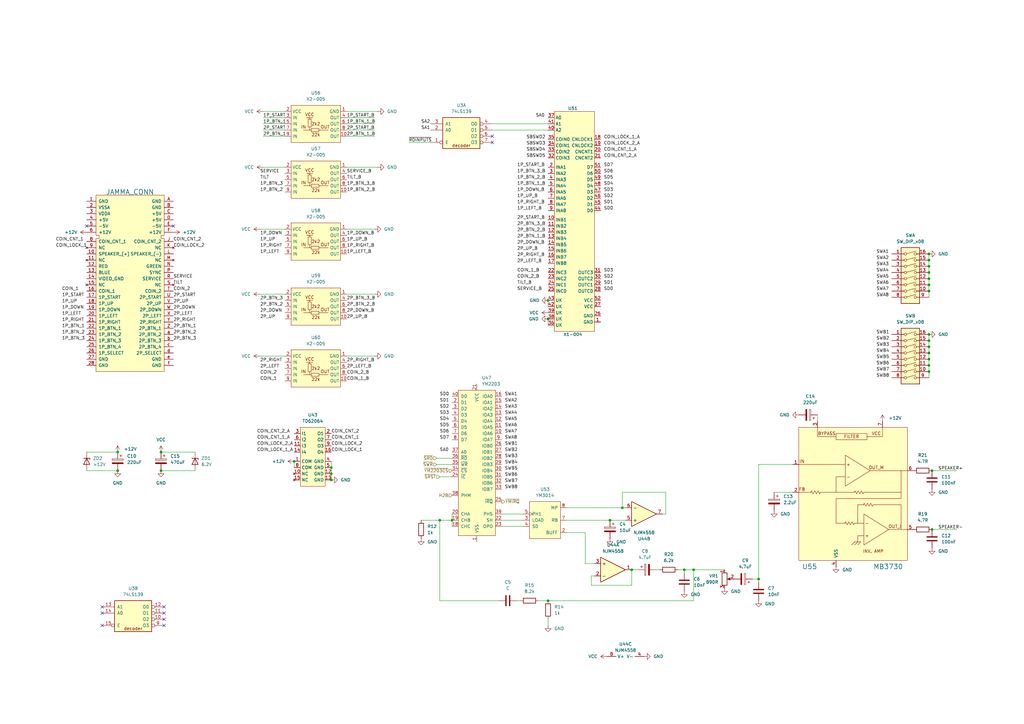
<source format=kicad_sch>
(kicad_sch (version 20211123) (generator eeschema)
  (paper "A3")
  (lib_symbols
    (symbol "Device:C" (pin_numbers hide) (pin_names (offset 0.254))
      (property "Reference" "C" (at 0.635 2.54 0))
      (property "Value" "C" (at 0.635 -2.54 0))
      (symbol "C_1_1"
        (pin passive line (at 0 3.81 270) (length 2.794) (name "~") (number "1"))
        (pin passive line (at 0 -3.81 90) (length 2.794) (name "~") (number "2"))
      )
    )
    (symbol "Device:C_Polarized" (pin_numbers hide) (pin_names (offset 0.254))
      (property "Reference" "C" (at 0.635 2.54 0))
      (property "Value" "C_Polarized" (at 0.635 -2.54 0))
      (symbol "C_Polarized_1_1"
        (pin passive line (at 0 3.81 270) (length 2.794) (name "~") (number "1"))
        (pin passive line (at 0 -3.81 90) (length 2.794) (name "~") (number "2"))
      )
    )
    (symbol "Device:D_Zener" (pin_numbers hide) (pin_names (offset 1.016) hide)
      (property "Reference" "D" (at 0 2.54 0))
      (property "Value" "D_Zener" (at 0 -2.54 0))
      (symbol "D_Zener_1_1"
        (pin passive line (at -3.81 0 0) (length 2.54) (name "K") (number "1"))
        (pin passive line (at 3.81 0 180) (length 2.54) (name "A") (number "2"))
      )
    )
    (symbol "Device:Opamp_Dual"
      (property "Reference" "U" (at 0 5.08 0))
      (property "Value" "Opamp_Dual" (at 0 -5.08 0))
      (symbol "Opamp_Dual_1_1"
        (pin output line (at 7.62 0 180) (length 2.54) (name "~") (number "1"))
        (pin input line (at -7.62 -2.54 0) (length 2.54) (name "-") (number "2"))
        (pin input line (at -7.62 2.54 0) (length 2.54) (name "+") (number "3"))
      )
      (symbol "Opamp_Dual_2_1"
        (pin input line (at -7.62 2.54 0) (length 2.54) (name "+") (number "5"))
        (pin input line (at -7.62 -2.54 0) (length 2.54) (name "-") (number "6"))
        (pin output line (at 7.62 0 180) (length 2.54) (name "~") (number "7"))
      )
      (symbol "Opamp_Dual_3_1"
        (pin power_in line (at -2.54 -7.62 90) (length 3.81) (name "V-") (number "4"))
        (pin power_in line (at -2.54 7.62 270) (length 3.81) (name "V+") (number "8"))
      )
    )
    (symbol "Device:R" (pin_numbers hide) (pin_names (offset 0))
      (property "Reference" "R" (at 2.032 0 90))
      (property "Value" "R" (at 0 0 90))
      (symbol "R_1_1"
        (pin passive line (at 0 3.81 270) (length 1.27) (name "~") (number "1"))
        (pin passive line (at 0 -3.81 90) (length 1.27) (name "~") (number "2"))
      )
    )
    (symbol "Device:R_Potentiometer" (pin_names (offset 1.016) hide)
      (property "Reference" "RV" (at -4.445 0 90))
      (property "Value" "R_Potentiometer" (at -2.54 0 90))
      (symbol "R_Potentiometer_1_1"
        (pin passive line (at 0 3.81 270) (length 1.27) (name "1") (number "1"))
        (pin passive line (at 3.81 0 180) (length 1.27) (name "2") (number "2"))
        (pin passive line (at 0 -3.81 90) (length 1.27) (name "3") (number "3"))
      )
    )
    (symbol "Switch:SW_DIP_x08" (pin_names (offset 0) hide)
      (property "Reference" "SW" (at 0 13.97 0))
      (property "Value" "SW_DIP_x08" (at 0 -11.43 0))
      (symbol "SW_DIP_x08_1_1"
        (pin passive line (at -7.62 10.16 0) (length 5.08) (name "~") (number "1"))
        (pin passive line (at 7.62 -5.08 180) (length 5.08) (name "~") (number "10"))
        (pin passive line (at 7.62 -2.54 180) (length 5.08) (name "~") (number "11"))
        (pin passive line (at 7.62 0 180) (length 5.08) (name "~") (number "12"))
        (pin passive line (at 7.62 2.54 180) (length 5.08) (name "~") (number "13"))
        (pin passive line (at 7.62 5.08 180) (length 5.08) (name "~") (number "14"))
        (pin passive line (at 7.62 7.62 180) (length 5.08) (name "~") (number "15"))
        (pin passive line (at 7.62 10.16 180) (length 5.08) (name "~") (number "16"))
        (pin passive line (at -7.62 7.62 0) (length 5.08) (name "~") (number "2"))
        (pin passive line (at -7.62 5.08 0) (length 5.08) (name "~") (number "3"))
        (pin passive line (at -7.62 2.54 0) (length 5.08) (name "~") (number "4"))
        (pin passive line (at -7.62 0 0) (length 5.08) (name "~") (number "5"))
        (pin passive line (at -7.62 -2.54 0) (length 5.08) (name "~") (number "6"))
        (pin passive line (at -7.62 -5.08 0) (length 5.08) (name "~") (number "7"))
        (pin passive line (at -7.62 -7.62 0) (length 5.08) (name "~") (number "8"))
        (pin passive line (at 7.62 -7.62 180) (length 5.08) (name "~") (number "9"))
      )
    )
    (symbol "arcade:JAMMA_CONN" (pin_names (offset 1.016))
      (property "Reference" "U" (at 10.16 -8.89 90))
      (property "Value" "JAMMA_CONN" (at 13.97 -10.16 90))
      (symbol "JAMMA_CONN_1_1"
        (pin passive line (at -3.81 -2.54 0) (length 3.81) (name "GND") (number "1"))
        (pin input line (at -3.81 -24.13 0) (length 3.81) (name "SPEAKER_(+)") (number "10"))
        (pin no_connect line (at -3.81 -26.67 0) (length 3.81) (name "NC") (number "11"))
        (pin input line (at -3.81 -29.21 0) (length 3.81) (name "RED") (number "12"))
        (pin input line (at -3.81 -31.75 0) (length 3.81) (name "BLUE") (number "13"))
        (pin passive line (at -3.81 -34.29 0) (length 3.81) (name "VIDEO_GND") (number "14"))
        (pin no_connect line (at -3.81 -36.83 0) (length 3.81) (name "NC") (number "15"))
        (pin output line (at -3.81 -39.37 0) (length 3.81) (name "COIN_1") (number "16"))
        (pin output line (at -3.81 -41.91 0) (length 3.81) (name "1P_START") (number "17"))
        (pin output line (at -3.81 -44.45 0) (length 3.81) (name "1P_UP") (number "18"))
        (pin output line (at -3.81 -46.99 0) (length 3.81) (name "1P_DOWN") (number "19"))
        (pin passive line (at -3.81 -5.08 0) (length 3.81) (name "VSSA") (number "2"))
        (pin output line (at -3.81 -49.53 0) (length 3.81) (name "1P_LEFT") (number "20"))
        (pin output line (at -3.81 -52.07 0) (length 3.81) (name "1P_RIGHT") (number "21"))
        (pin output line (at -3.81 -54.61 0) (length 3.81) (name "1P_BTN_1") (number "22"))
        (pin output line (at -3.81 -57.15 0) (length 3.81) (name "1P_BTN_2") (number "23"))
        (pin output line (at -3.81 -59.69 0) (length 3.81) (name "1P_BTN_3") (number "24"))
        (pin output line (at -3.81 -62.23 0) (length 3.81) (name "1P_BTN_4") (number "25"))
        (pin output line (at -3.81 -64.77 0) (length 3.81) (name "1P_SELECT") (number "26"))
        (pin passive line (at -3.81 -67.31 0) (length 3.81) (name "GND") (number "27"))
        (pin passive line (at -3.81 -69.85 0) (length 3.81) (name "GND") (number "28"))
        (pin passive line (at -3.81 -7.62 0) (length 3.81) (name "VDDA") (number "3"))
        (pin passive line (at -3.81 -10.16 0) (length 3.81) (name "+5V") (number "4"))
        (pin passive line (at -3.81 -12.7 0) (length 3.81) (name "-5V") (number "5"))
        (pin passive line (at -3.81 -15.24 0) (length 3.81) (name "+12V") (number "6"))
        (pin input line (at -3.81 -19.05 0) (length 3.81) (name "COIN_CNT_1") (number "8"))
        (pin no_connect line (at -3.81 -21.59 0) (length 3.81) (name "NC") (number "9"))
        (pin passive line (at 31.75 -2.54 180) (length 3.81) (name "GND") (number "A"))
        (pin passive line (at 31.75 -5.08 180) (length 3.81) (name "GND") (number "B"))
        (pin passive line (at 31.75 -7.62 180) (length 3.81) (name "+5V") (number "C"))
        (pin passive line (at 31.75 -10.16 180) (length 3.81) (name "+5V") (number "D"))
        (pin passive line (at 31.75 -12.7 180) (length 3.81) (name "-5V") (number "E"))
        (pin passive line (at 31.75 -15.24 180) (length 3.81) (name "+12V") (number "F"))
        (pin input line (at 31.75 -19.05 180) (length 3.81) (name "COIN_CNT_2") (number "J"))
        (pin no_connect line (at 31.75 -21.59 180) (length 3.81) (name "NC") (number "K"))
        (pin input line (at 31.75 -24.13 180) (length 3.81) (name "SPEAKER_(-)") (number "L"))
        (pin no_connect line (at 31.75 -26.67 180) (length 3.81) (name "NC") (number "M"))
        (pin input line (at 31.75 -29.21 180) (length 3.81) (name "GREEN") (number "N"))
        (pin input line (at 31.75 -31.75 180) (length 3.81) (name "SYNC") (number "P"))
        (pin output line (at 31.75 -34.29 180) (length 3.81) (name "SERVICE") (number "R"))
        (pin no_connect line (at 31.75 -36.83 180) (length 3.81) (name "NC") (number "S"))
        (pin output line (at 31.75 -39.37 180) (length 3.81) (name "COIN_2") (number "T"))
        (pin output line (at 31.75 -41.91 180) (length 3.81) (name "2P_START") (number "U"))
        (pin output line (at 31.75 -44.45 180) (length 3.81) (name "2P_UP") (number "V"))
        (pin output line (at 31.75 -46.99 180) (length 3.81) (name "2P_DOWN") (number "W"))
        (pin output line (at 31.75 -49.53 180) (length 3.81) (name "2P_LEFT") (number "X"))
        (pin output line (at 31.75 -52.07 180) (length 3.81) (name "2P_RIGHT") (number "Y"))
        (pin output line (at 31.75 -54.61 180) (length 3.81) (name "2P_BTN_1") (number "Z"))
        (pin output line (at 31.75 -57.15 180) (length 3.81) (name "2P_BTN_2") (number "a"))
        (pin output line (at 31.75 -59.69 180) (length 3.81) (name "2P_BTN_3") (number "b"))
        (pin output line (at 31.75 -62.23 180) (length 3.81) (name "2P_BTN_4") (number "c"))
        (pin output line (at 31.75 -64.77 180) (length 3.81) (name "2P_SELECT") (number "d"))
        (pin passive line (at 31.75 -67.31 180) (length 3.81) (name "GND") (number "e"))
        (pin passive line (at 31.75 -69.85 180) (length 3.81) (name "GND") (number "f"))
      )
    )
    (symbol "fujitsu:MB3730" (pin_names (offset 1.016))
      (property "Reference" "U" (at -12.7 17.78 0))
      (property "Value" "MB3730" (at 12.7 17.78 0))
      (symbol "MB3730_0_0"
        (text "+" (at -1.27 12.7 0) (effects (font (size 1.27 1.27))))
        (text "+" (at 6.35 -16.51 0) (effects (font (size 1.27 1.27))))
        (text "-" (at -1.27 7.62 0) (effects (font (size 1.27 1.27))))
        (text "-" (at 6.35 -11.43 0) (effects (font (size 1.27 1.27))))
        (text "BYPASS" (at -10.16 25.4 0) (effects (font (size 1.27 1.27))))
        (text "FB" (at -20.32 2.54 0) (effects (font (size 1.27 1.27))))
        (text "FILTER" (at 0 24.13 0) (effects (font (size 1.27 1.27))))
        (text "IN" (at -20.32 13.97 0) (effects (font (size 1.27 1.27))))
        (text "INV. AMP" (at 8.89 -22.86 0) (effects (font (size 1.27 1.27))))
        (text "OUT_I" (at 17.78 -12.7 0) (effects (font (size 1.27 1.27))))
        (text "OUT_M" (at 10.16 11.43 0) (effects (font (size 1.27 1.27))))
        (text "VCC" (at 10.16 25.4 0) (effects (font (size 1.27 1.27))))
      )
      (symbol "MB3730_1_1"
        (pin input line (at -24.13 12.7 0) (length 2.54) (name "~") (number "1"))
        (pin input line (at -24.13 1.27 0) (length 2.54) (name "~") (number "2"))
        (pin input line (at -13.97 30.48 270) (length 2.54) (name "~") (number "3"))
        (pin power_in line (at -6.35 -29.21 90) (length 2.54) (name "VSS") (number "4"))
        (pin output line (at 25.4 -13.97 180) (length 2.54) (name "~") (number "5"))
        (pin output line (at 25.4 10.16 180) (length 2.54) (name "~") (number "6"))
        (pin power_in line (at 12.7 30.48 270) (length 2.54) (name "~") (number "7"))
      )
    )
    (symbol "jt74:74LS139" (pin_names (offset 1.016))
      (property "Reference" "U" (at -7.62 8.89 0))
      (property "Value" "74LS139" (at -7.62 -8.89 0))
      (symbol "74LS139_0_0"
        (text "decoder" (at 0 -6.35 0) (effects (font (size 1.27 1.27))))
      )
      (symbol "74LS139_1_0"
        (pin input inverted (at -12.7 -5.08 0) (length 5.08) (name "E") (number "1"))
        (pin input line (at -12.7 0 0) (length 5.08) (name "A0") (number "2"))
        (pin input line (at -12.7 2.54 0) (length 5.08) (name "A1") (number "3"))
        (pin output inverted (at 12.7 2.54 180) (length 5.08) (name "O0") (number "4"))
        (pin output inverted (at 12.7 0 180) (length 5.08) (name "O1") (number "5"))
        (pin output inverted (at 12.7 -2.54 180) (length 5.08) (name "O2") (number "6"))
        (pin output inverted (at 12.7 -5.08 180) (length 5.08) (name "O3") (number "7"))
      )
      (symbol "74LS139_2_0"
        (pin output inverted (at 12.7 -2.54 180) (length 5.08) (name "O2") (number "10"))
        (pin output inverted (at 12.7 0 180) (length 5.08) (name "O1") (number "11"))
        (pin output inverted (at 12.7 2.54 180) (length 5.08) (name "O0") (number "12"))
        (pin input line (at -12.7 2.54 0) (length 5.08) (name "A1") (number "13"))
        (pin input line (at -12.7 0 0) (length 5.08) (name "A0") (number "14"))
        (pin input inverted (at -12.7 -5.08 0) (length 5.08) (name "E") (number "15"))
        (pin output inverted (at 12.7 -5.08 180) (length 5.08) (name "O3") (number "9"))
      )
      (symbol "74LS139_3_0"
        (pin power_in line (at 0 7.62 270) (length 5.08) hide (name "VCC") (number "16"))
        (pin power_in line (at 0 -7.62 90) (length 5.08) hide (name "VSS") (number "8"))
      )
    )
    (symbol "power:+12V" (power) (pin_names (offset 0))
      (property "Value" "+12V" (at 0 3.556 0))
      (symbol "+12V_1_1"
        (pin power_in line (at 0 0 90) (length 0) hide (name "+12V") (number "1"))
      )
    )
    (symbol "power:GND" (power) (pin_names (offset 0))
      (property "Value" "GND" (at 0 -3.81 0))
      (symbol "GND_1_1"
        (pin power_in line (at 0 0 270) (length 0) hide (name "GND") (number "1"))
      )
    )
    (symbol "power:VCC" (power) (pin_names (offset 0))
      (property "Value" "VCC" (at 0 3.81 0))
      (symbol "VCC_1_1"
        (pin power_in line (at 0 0 90) (length 0) hide (name "VCC") (number "1"))
      )
    )
    (symbol "seta:X1-004"
      (property "Reference" "U" (at 10.16 3.81 0))
      (property "Value" "X1-004" (at 10.16 -88.9 0))
      (symbol "X1-004_1_1"
        (pin power_in line (at 21.59 -83.82 180) (length 2.54) (name "GND") (number "1"))
        (pin input line (at 0 -41.91 0) (length 2.54) (name "INB1") (number "10"))
        (pin input line (at 0 -44.45 0) (length 2.54) (name "INB2") (number "11"))
        (pin input line (at 0 -46.99 0) (length 2.54) (name "INB3") (number "12"))
        (pin input line (at 0 -49.53 0) (length 2.54) (name "INB4") (number "13"))
        (pin input line (at 0 -52.07 0) (length 2.54) (name "INB5") (number "14"))
        (pin input line (at 0 -54.61 0) (length 2.54) (name "INB6") (number "15"))
        (pin input line (at 0 -57.15 0) (length 2.54) (name "INB7") (number "16"))
        (pin input line (at 0 -59.69 0) (length 2.54) (name "INB8") (number "17"))
        (pin output line (at 21.59 -8.89 180) (length 2.54) (name "CNLOCK1") (number "18"))
        (pin output line (at 21.59 -11.43 180) (length 2.54) (name "CNLOCK2") (number "19"))
        (pin input line (at 0 -20.32 0) (length 2.54) (name "INA1") (number "2"))
        (pin output line (at 21.59 -13.97 180) (length 2.54) (name "CNCNT1") (number "20"))
        (pin output line (at 21.59 -16.51 180) (length 2.54) (name "CNCNT2") (number "21"))
        (pin input line (at 0 -63.5 0) (length 2.54) (name "INC3") (number "22"))
        (pin input line (at 0 -66.04 0) (length 2.54) (name "INC2") (number "23"))
        (pin input line (at 0 -68.58 0) (length 2.54) (name "INC1") (number "24"))
        (pin input line (at 0 -71.12 0) (length 2.54) (name "INC0") (number "25"))
        (pin power_in line (at 21.59 -81.28 180) (length 2.54) (name "GND") (number "26"))
        (pin power_in line (at 21.59 -77.47 180) (length 2.54) (name "VCC") (number "27"))
        (pin input line (at 21.59 -71.12 180) (length 2.54) (name "OUTC0") (number "28"))
        (pin input line (at 21.59 -68.58 180) (length 2.54) (name "OUTC1") (number "29"))
        (pin input line (at 0 -22.86 0) (length 2.54) (name "INA2") (number "3"))
        (pin input line (at 21.59 -66.04 180) (length 2.54) (name "OUTC2") (number "30"))
        (pin input line (at 21.59 -63.5 180) (length 2.54) (name "OUTC3") (number "31"))
        (pin input line (at 0 -16.51 0) (length 2.54) (name "COIN3") (number "32"))
        (pin input line (at 0 -13.97 0) (length 2.54) (name "COIN2") (number "33"))
        (pin input line (at 0 -11.43 0) (length 2.54) (name "COIN1") (number "34"))
        (pin input line (at 0 -8.89 0) (length 2.54) (name "COIN0") (number "35"))
        (pin unspecified line (at 0 -85.09 0) (length 2.54) (name "UK") (number "36"))
        (pin input line (at 0 0 0) (length 2.54) (name "A0") (number "37"))
        (pin unspecified line (at 0 -82.55 0) (length 2.54) (name "UK") (number "38"))
        (pin unspecified line (at 0 -80.01 0) (length 2.54) (name "UK") (number "39"))
        (pin input line (at 0 -25.4 0) (length 2.54) (name "INA3") (number "4"))
        (pin input line (at 0 -5.08 0) (length 2.54) (name "A2") (number "40"))
        (pin input line (at 0 -2.54 0) (length 2.54) (name "A1") (number "41"))
        (pin unspecified line (at 0 -77.47 0) (length 2.54) (name "UK") (number "42"))
        (pin unspecified line (at 0 -74.93 0) (length 2.54) (name "UK") (number "43"))
        (pin output line (at 21.59 -38.1 180) (length 2.54) (name "D0") (number "44"))
        (pin output line (at 21.59 -35.56 180) (length 2.54) (name "D1") (number "45"))
        (pin output line (at 21.59 -33.02 180) (length 2.54) (name "D2") (number "46"))
        (pin output line (at 21.59 -30.48 180) (length 2.54) (name "D3") (number "47"))
        (pin output line (at 21.59 -27.94 180) (length 2.54) (name "D4") (number "48"))
        (pin output line (at 21.59 -25.4 180) (length 2.54) (name "D5") (number "49"))
        (pin input line (at 0 -27.94 0) (length 2.54) (name "INA4") (number "5"))
        (pin output line (at 21.59 -22.86 180) (length 2.54) (name "D6") (number "50"))
        (pin output line (at 21.59 -20.32 180) (length 2.54) (name "D7") (number "51"))
        (pin power_in line (at 21.59 -74.93 180) (length 2.54) (name "VCC") (number "52"))
        (pin input line (at 0 -30.48 0) (length 2.54) (name "INA5") (number "6"))
        (pin input line (at 0 -33.02 0) (length 2.54) (name "INA6") (number "7"))
        (pin input line (at 0 -35.56 0) (length 2.54) (name "INA7") (number "8"))
        (pin input line (at 0 -38.1 0) (length 2.54) (name "INA8") (number "9"))
      )
    )
    (symbol "seta:X2-005"
      (property "Reference" "U" (at 11.43 3.81 0))
      (property "Value" "X2-005" (at 11.43 -13.97 0))
      (symbol "X2-005_0_0"
        (text "22k" (at 12.7 -9.525 0) (effects (font (size 1.27 1.27))))
        (text "2k2" (at 12.7 -5.08 0) (effects (font (size 1.27 1.27))))
        (text "IN" (at 7.62 -6.35 0) (effects (font (size 1.27 1.27))))
        (text "OUT" (at 16.51 -6.35 0) (effects (font (size 1.27 1.27))))
        (text "VCC" (at 10.16 -1.27 0) (effects (font (size 1.27 1.27))))
      )
      (symbol "X2-005_1_1"
        (pin passive line (at 25.4 0 180) (length 2.54) (name "GND") (number "1"))
        (pin passive line (at 25.4 -10.16 180) (length 2.54) (name "OUT") (number "10"))
        (pin passive line (at 0 0 0) (length 2.54) (name "VCC") (number "2"))
        (pin passive line (at 0 -2.54 0) (length 2.54) (name "IN") (number "3"))
        (pin passive line (at 25.4 -2.54 180) (length 2.54) (name "OUT") (number "4"))
        (pin passive line (at 0 -5.08 0) (length 2.54) (name "IN") (number "5"))
        (pin passive line (at 25.4 -5.08 180) (length 2.54) (name "OUT") (number "6"))
        (pin passive line (at 0 -7.62 0) (length 2.54) (name "IN") (number "7"))
        (pin passive line (at 25.4 -7.62 180) (length 2.54) (name "OUT") (number "8"))
        (pin passive line (at 0 -10.16 0) (length 2.54) (name "IN") (number "9"))
      )
    )
    (symbol "toshiba:TD62064"
      (property "Reference" "U" (at 7.62 3.81 0))
      (property "Value" "TD62064" (at 7.62 -22.86 0))
      (symbol "TD62064_1_1"
        (pin power_in line (at 0 -11.43 0) (length 2.54) (name "COM") (number "1"))
        (pin no_connect line (at 0 -16.51 0) (length 2.54) (name "NC") (number "10"))
        (pin input line (at 0 -5.08 0) (length 2.54) (name "I3") (number "11"))
        (pin power_in line (at 15.24 -16.51 180) (length 2.54) (name "GND") (number "12"))
        (pin power_in line (at 15.24 -19.05 180) (length 2.54) (name "GND") (number "13"))
        (pin input line (at 0 -7.62 0) (length 2.54) (name "I4") (number "14"))
        (pin no_connect line (at 0 -19.05 0) (length 2.54) (name "NC") (number "15"))
        (pin open_collector line (at 15.24 -7.62 180) (length 2.54) (name "O4") (number "16"))
        (pin open_collector line (at 15.24 0 180) (length 2.54) (name "O1") (number "2"))
        (pin input line (at 0 0 0) (length 2.54) (name "I1") (number "3"))
        (pin power_in line (at 15.24 -11.43 180) (length 2.54) (name "GND") (number "4"))
        (pin power_in line (at 15.24 -13.97 180) (length 2.54) (name "GND") (number "5"))
        (pin input line (at 0 -2.54 0) (length 2.54) (name "I2") (number "6"))
        (pin open_collector line (at 15.24 -2.54 180) (length 2.54) (name "O2") (number "7"))
        (pin power_in line (at 0 -13.97 0) (length 2.54) (name "COM") (number "8"))
        (pin open_collector line (at 15.24 -5.08 180) (length 2.54) (name "O3") (number "9"))
      )
    )
    (symbol "yamaha:YM2203" (pin_names (offset 1.016))
      (property "Reference" "YM" (at 7.62 24.13 0))
      (property "Value" "YM2203" (at 3.81 -38.1 0))
      (symbol "YM2203_1_1"
        (pin power_in line (at 0 -39.37 90) (length 2.54) (name "VSS") (number "1"))
        (pin bidirectional line (at 10.16 5.08 180) (length 2.54) (name "IOA6") (number "10"))
        (pin bidirectional line (at 10.16 7.62 180) (length 2.54) (name "IOA5") (number "11"))
        (pin bidirectional line (at 10.16 10.16 180) (length 2.54) (name "IOA4") (number "12"))
        (pin bidirectional line (at 10.16 12.7 180) (length 2.54) (name "IOA3") (number "13"))
        (pin bidirectional line (at 10.16 15.24 180) (length 2.54) (name "IOA2") (number "14"))
        (pin bidirectional line (at 10.16 17.78 180) (length 2.54) (name "IOA1") (number "15"))
        (pin bidirectional line (at 10.16 20.32 180) (length 2.54) (name "IOA0") (number "16"))
        (pin output line (at -10.16 -33.02 0) (length 2.54) (name "CHC") (number "18"))
        (pin output line (at -10.16 -30.48 0) (length 2.54) (name "CHB") (number "19"))
        (pin input line (at -10.16 17.78 0) (length 2.54) (name "D1") (number "2"))
        (pin output line (at -10.16 -27.94 0) (length 2.54) (name "CHA") (number "20"))
        (pin power_in line (at 0 25.4 270) (length 2.54) (name "VCC") (number "21"))
        (pin output line (at 10.16 -30.48 180) (length 2.54) (name "SH") (number "22"))
        (pin output line (at 10.16 -33.02 180) (length 2.54) (name "OPO") (number "23"))
        (pin input line (at -10.16 -12.7 0) (length 2.54) (name "~{IC}") (number "24"))
        (pin output line (at 10.16 -22.86 180) (length 2.54) (name "~{IRQ}") (number "25"))
        (pin bidirectional line (at 10.16 0 180) (length 2.54) (name "IOB0") (number "26"))
        (pin bidirectional line (at 10.16 -2.54 180) (length 2.54) (name "IOB1") (number "27"))
        (pin bidirectional line (at 10.16 -5.08 180) (length 2.54) (name "IOB2") (number "28"))
        (pin bidirectional line (at 10.16 -7.62 180) (length 2.54) (name "IOB3") (number "29"))
        (pin input line (at -10.16 15.24 0) (length 2.54) (name "D2") (number "3"))
        (pin bidirectional line (at 10.16 -10.16 180) (length 2.54) (name "IOB4") (number "30"))
        (pin bidirectional line (at 10.16 -12.7 180) (length 2.54) (name "IOB5") (number "31"))
        (pin bidirectional line (at 10.16 -15.24 180) (length 2.54) (name "IOB6") (number "32"))
        (pin bidirectional line (at 10.16 -17.78 180) (length 2.54) (name "IOB7") (number "33"))
        (pin input line (at -10.16 -10.16 0) (length 2.54) (name "~{CS}") (number "34"))
        (pin input line (at -10.16 -7.62 0) (length 2.54) (name "~{WR}") (number "35"))
        (pin input line (at -10.16 -5.08 0) (length 2.54) (name "~{RD}") (number "36"))
        (pin input line (at -10.16 -2.54 0) (length 2.54) (name "A0") (number "37"))
        (pin input line (at -10.16 -20.32 0) (length 2.54) (name "PHM") (number "38"))
        (pin output line (at 10.16 -27.94 180) (length 2.54) (name "PHS") (number "39"))
        (pin input line (at -10.16 12.7 0) (length 2.54) (name "D3") (number "4"))
        (pin input line (at -10.16 20.32 0) (length 2.54) (name "D0") (number "40"))
        (pin input line (at -10.16 10.16 0) (length 2.54) (name "D4") (number "5"))
        (pin input line (at -10.16 7.62 0) (length 2.54) (name "D5") (number "6"))
        (pin input line (at -10.16 5.08 0) (length 2.54) (name "D6") (number "7"))
        (pin input line (at -10.16 2.54 0) (length 2.54) (name "D7") (number "8"))
        (pin bidirectional line (at 10.16 2.54 180) (length 2.54) (name "IOA7") (number "9"))
      )
    )
    (symbol "yamaha:YM3014" (pin_names (offset 1.016))
      (property "Reference" "YM" (at -2.54 15.24 0))
      (property "Value" "YM3014" (at 0 12.7 0))
      (symbol "YM3014_1_1"
        (pin power_in line (at 1.27 11.43 270) (length 2.54) hide (name "VCC") (number "1"))
        (pin output line (at 10.16 -1.27 180) (length 2.54) (name "BUFF") (number "2"))
        (pin input line (at -7.62 3.81 0) (length 2.54) (name "LOAD") (number "3"))
        (pin input line (at -7.62 1.27 0) (length 2.54) (name "SD") (number "4"))
        (pin input clock (at -7.62 6.35 0) (length 2.54) (name "PH1") (number "5"))
        (pin power_in line (at 1.27 -3.81 90) (length 2.54) hide (name "VSS") (number "6"))
        (pin output line (at 10.16 3.81 180) (length 2.54) (name "RB") (number "7"))
        (pin bidirectional line (at 10.16 8.89 180) (length 2.54) (name "MP") (number "8"))
      )
    )
  )
  (junction (at 185.42 213.36))
  (junction (at 381 149.86))
  (junction (at 224.79 123.19))
  (junction (at 381 111.76))
  (junction (at 381 106.68))
  (junction (at 224.79 130.81))
  (junction (at 381 144.78))
  (junction (at 381 142.24))
  (junction (at 381 119.38))
  (junction (at 259.08 233.68))
  (junction (at 382.27 193.04))
  (junction (at 48.26 193.04))
  (junction (at 381 116.84))
  (junction (at 135.89 191.77))
  (junction (at 120.65 189.23))
  (junction (at 381 137.16))
  (junction (at 66.04 185.42))
  (junction (at 381 114.3))
  (junction (at 66.04 193.04))
  (junction (at 135.89 196.85))
  (junction (at 381 147.32))
  (junction (at 280.67 233.68))
  (junction (at 250.19 213.36))
  (junction (at 224.79 246.38))
  (junction (at 48.26 185.42))
  (junction (at 381 139.7))
  (junction (at 381 109.22))
  (junction (at 381 104.14))
  (junction (at 381 152.4))
  (junction (at 135.89 194.31))
  (junction (at 255.27 208.28))
  (junction (at 382.27 217.17))
  (junction (at 284.48 233.68))
  (junction (at 180.34 213.36))
  (junction (at 311.15 237.49))
  (no_connect (at 41.91 248.92))
  (no_connect (at 41.91 251.46))
  (no_connect (at 41.91 256.54))
  (no_connect (at 67.31 248.92))
  (no_connect (at 67.31 251.46))
  (no_connect (at 67.31 254))
  (no_connect (at 67.31 256.54))
  (no_connect (at 71.12 92.71))
  (no_connect (at 35.56 92.71))
  (no_connect (at 201.93 55.88))
  (no_connect (at 201.93 58.42))
  (wire (pts (xy 106.68 146.05) (xy 116.84 146.05)))
  (wire (pts (xy 224.79 246.38) (xy 284.48 246.38)))
  (wire (pts (xy 255.27 208.28) (xy 256.54 208.28)))
  (wire (pts (xy 205.74 213.36) (xy 214.63 213.36)))
  (wire (pts (xy 308.61 237.49) (xy 311.15 237.49)))
  (wire (pts (xy 381 116.84) (xy 381 119.38)))
  (wire (pts (xy 179.07 187.96) (xy 185.42 187.96)))
  (wire (pts (xy 135.89 194.31) (xy 135.89 196.85)))
  (wire (pts (xy 180.34 246.38) (xy 180.34 213.36)))
  (wire (pts (xy 35.56 193.04) (xy 48.26 193.04)))
  (wire (pts (xy 381 109.22) (xy 381 111.76)))
  (wire (pts (xy 107.95 48.26) (xy 116.84 48.26)))
  (wire (pts (xy 259.08 240.03) (xy 259.08 233.68)))
  (wire (pts (xy 142.24 50.8) (xy 153.67 50.8)))
  (wire (pts (xy 185.42 210.82) (xy 185.42 213.36)))
  (wire (pts (xy 381 114.3) (xy 381 116.84)))
  (wire (pts (xy 142.24 55.88) (xy 153.67 55.88)))
  (wire (pts (xy 381 104.14) (xy 381 106.68)))
  (wire (pts (xy 185.42 213.36) (xy 185.42 215.9)))
  (wire (pts (xy 167.64 58.42) (xy 176.53 58.42)))
  (wire (pts (xy 381 139.7) (xy 381 142.24)))
  (wire (pts (xy 224.79 130.81) (xy 224.79 133.35)))
  (wire (pts (xy 240.03 218.44) (xy 232.41 218.44)))
  (wire (pts (xy 204.47 246.38) (xy 180.34 246.38)))
  (wire (pts (xy 269.24 233.68) (xy 270.51 233.68)))
  (wire (pts (xy 142.24 48.26) (xy 153.67 48.26)))
  (wire (pts (xy 107.95 68.58) (xy 116.84 68.58)))
  (wire (pts (xy 107.95 55.88) (xy 116.84 55.88)))
  (wire (pts (xy 284.48 246.38) (xy 284.48 233.68)))
  (wire (pts (xy 120.65 189.23) (xy 120.65 191.77)))
  (wire (pts (xy 172.72 213.36) (xy 180.34 213.36)))
  (wire (pts (xy 278.13 233.68) (xy 280.67 233.68)))
  (wire (pts (xy 381 137.16) (xy 381 139.7)))
  (wire (pts (xy 284.48 233.68) (xy 297.18 233.68)))
  (wire (pts (xy 242.57 236.22) (xy 242.57 240.03)))
  (wire (pts (xy 153.67 93.98) (xy 142.24 93.98)))
  (wire (pts (xy 232.41 213.36) (xy 250.19 213.36)))
  (wire (pts (xy 243.84 236.22) (xy 242.57 236.22)))
  (wire (pts (xy 381 111.76) (xy 381 114.3)))
  (wire (pts (xy 153.67 146.05) (xy 142.24 146.05)))
  (wire (pts (xy 381 144.78) (xy 381 147.32)))
  (wire (pts (xy 201.93 50.8) (xy 224.79 50.8)))
  (wire (pts (xy 205.74 215.9) (xy 214.63 215.9)))
  (wire (pts (xy 242.57 240.03) (xy 259.08 240.03)))
  (wire (pts (xy 153.67 120.65) (xy 142.24 120.65)))
  (wire (pts (xy 213.36 246.38) (xy 212.09 246.38)))
  (wire (pts (xy 311.15 238.76) (xy 311.15 237.49)))
  (wire (pts (xy 335.28 170.18) (xy 335.28 172.72)))
  (wire (pts (xy 243.84 231.14) (xy 240.03 231.14)))
  (wire (pts (xy 220.98 246.38) (xy 224.79 246.38)))
  (wire (pts (xy 107.95 53.34) (xy 116.84 53.34)))
  (wire (pts (xy 154.94 45.72) (xy 142.24 45.72)))
  (wire (pts (xy 66.04 193.04) (xy 80.01 193.04)))
  (wire (pts (xy 271.78 210.82) (xy 273.05 210.82)))
  (wire (pts (xy 280.67 233.68) (xy 284.48 233.68)))
  (wire (pts (xy 381 106.68) (xy 381 109.22)))
  (wire (pts (xy 107.95 45.72) (xy 116.84 45.72)))
  (wire (pts (xy 224.79 123.19) (xy 224.79 125.73)))
  (wire (pts (xy 106.68 120.65) (xy 116.84 120.65)))
  (wire (pts (xy 382.27 217.17) (xy 392.43 217.17)))
  (wire (pts (xy 259.08 233.68) (xy 261.62 233.68)))
  (wire (pts (xy 179.07 190.5) (xy 185.42 190.5)))
  (wire (pts (xy 381 119.38) (xy 381 121.92)))
  (wire (pts (xy 180.34 195.58) (xy 185.42 195.58)))
  (wire (pts (xy 381 152.4) (xy 381 154.94)))
  (wire (pts (xy 280.67 233.68) (xy 280.67 234.95)))
  (wire (pts (xy 381 149.86) (xy 381 152.4)))
  (wire (pts (xy 317.5 201.93) (xy 325.12 201.93)))
  (wire (pts (xy 273.05 201.93) (xy 255.27 201.93)))
  (wire (pts (xy 35.56 185.42) (xy 48.26 185.42)))
  (wire (pts (xy 142.24 68.58) (xy 154.94 68.58)))
  (wire (pts (xy 311.15 190.5) (xy 325.12 190.5)))
  (wire (pts (xy 135.89 191.77) (xy 135.89 194.31)))
  (wire (pts (xy 142.24 53.34) (xy 153.67 53.34)))
  (wire (pts (xy 232.41 208.28) (xy 255.27 208.28)))
  (wire (pts (xy 381 147.32) (xy 381 149.86)))
  (wire (pts (xy 255.27 201.93) (xy 255.27 208.28)))
  (wire (pts (xy 381 142.24) (xy 381 144.78)))
  (wire (pts (xy 273.05 210.82) (xy 273.05 201.93)))
  (wire (pts (xy 107.95 50.8) (xy 116.84 50.8)))
  (wire (pts (xy 180.34 213.36) (xy 185.42 213.36)))
  (wire (pts (xy 250.19 213.36) (xy 256.54 213.36)))
  (wire (pts (xy 205.74 210.82) (xy 214.63 210.82)))
  (wire (pts (xy 201.93 53.34) (xy 224.79 53.34)))
  (wire (pts (xy 240.03 231.14) (xy 240.03 218.44)))
  (wire (pts (xy 135.89 189.23) (xy 135.89 191.77)))
  (wire (pts (xy 106.68 93.98) (xy 116.84 93.98)))
  (wire (pts (xy 382.27 193.04) (xy 392.43 193.04)))
  (wire (pts (xy 224.79 256.54) (xy 224.79 254)))
  (wire (pts (xy 66.04 185.42) (xy 80.01 185.42)))
  (wire (pts (xy 311.15 190.5) (xy 311.15 237.49)))
  (label "SD6" (at 180.34 177.8 0))
  (label "SD0" (at 247.65 119.38 0))
  (label "SERVICE_B" (at 212.09 119.38 0))
  (label "1P_BTN_3" (at 25.4 139.7 0))
  (label "SA2" (at 172.72 50.8 0))
  (label "SD4" (at 247.65 76.2 0))
  (label "COIN_1" (at 25.4 119.38 0))
  (label "COIN_1_B" (at 212.09 111.76 0))
  (label "2P_RIGHT" (at 106.68 148.59 0))
  (label "SWA3" (at 207.01 167.64 0))
  (label "SD5" (at 180.34 175.26 0))
  (label "SD3" (at 247.65 78.74 0))
  (label "2P_START_B" (at 212.09 90.17 0))
  (label "COIN_LOCK_1_A" (at 247.65 57.15 0))
  (label "1P_RIGHT" (at 25.4 132.08 0))
  (label "COIN_CNT_1_A" (at 247.65 62.23 0))
  (label "2P_LEFT_B" (at 142.24 151.13 0))
  (label "SD2" (at 180.34 167.64 0))
  (label "SD3" (at 247.65 111.76 0))
  (label "2P_BTN_1_B" (at 212.09 97.79 0))
  (label "SWA5" (at 207.01 172.72 0))
  (label "2P_BTN_3" (at 106.68 123.19 0))
  (label "SD1" (at 247.65 83.82 0))
  (label "SWA5" (at 359.41 114.3 0))
  (label "2P_RIGHT_B" (at 212.09 105.41 0))
  (label "2P_DOWN_B" (at 212.09 100.33 0))
  (label "SD3" (at 180.34 170.18 0))
  (label "SA0" (at 180.34 185.42 0))
  (label "2P_UP" (at 106.68 130.81 0))
  (label "2P_START_B" (at 142.24 53.34 0))
  (label "SD2" (at 247.65 81.28 0))
  (label "COIN_LOCK_1" (at 135.89 185.42 0))
  (label "2P_BTN_1" (at 71.12 134.62 0))
  (label "SD5" (at 247.65 73.66 0))
  (label "SWB8" (at 207.01 200.66 0))
  (label "1P_BTN_2" (at 25.4 137.16 0))
  (label "1P_UP" (at 106.68 99.06 0))
  (label "1P_UP" (at 25.4 124.46 0))
  (label "SBSWD4" (at 215.9 62.23 0))
  (label "SWA4" (at 207.01 170.18 0))
  (label "SBSWD5" (at 215.9 64.77 0))
  (label "COIN_2_B" (at 142.24 153.67 0))
  (label "SWA7" (at 207.01 177.8 0))
  (label "SWA6" (at 207.01 175.26 0))
  (label "SPEAKER-" (at 384.81 217.17 0))
  (label "1P_BTN_2_B" (at 212.09 73.66 0))
  (label "SD2" (at 247.65 114.3 0))
  (label "SD0" (at 180.34 162.56 0))
  (label "SD7" (at 180.34 180.34 0))
  (label "COIN_2" (at 71.12 119.38 0))
  (label "1P_BTN_3" (at 106.68 76.2 0))
  (label "COIN_LOCK_2_A" (at 105.41 182.88 0))
  (label "COIN_CNT_2_A" (at 247.65 64.77 0))
  (label "SWA1" (at 207.01 162.56 0))
  (label "TILT_B" (at 142.24 73.66 0))
  (label "TILT_B" (at 212.09 116.84 0))
  (label "COIN_LOCK_2" (at 135.89 182.88 0))
  (label "1P_START" (at 25.4 121.92 0))
  (label "SD1" (at 180.34 165.1 0))
  (label "SPEAKER+" (at 384.81 193.04 0))
  (label "SWB8" (at 359.41 154.94 0))
  (label "SD7" (at 247.65 68.58 0))
  (label "TILT" (at 71.12 116.84 0))
  (label "SWB7" (at 207.01 198.12 0))
  (label "SWB3" (at 207.01 187.96 0))
  (label "2P_BTN_2_B" (at 212.09 95.25 0))
  (label "1P_START_B" (at 212.09 68.58 0))
  (label "SWB5" (at 207.01 193.04 0))
  (label "COIN_LOCK_1_A" (at 105.41 185.42 0))
  (label "SWA7" (at 359.41 119.38 0))
  (label "COIN_LOCK_2_A" (at 247.65 59.69 0))
  (label "1P_LEFT_B" (at 142.24 104.14 0))
  (label "SWA8" (at 359.41 121.92 0))
  (label "SWB1" (at 207.01 182.88 0))
  (label "1P_BTN_1" (at 25.4 134.62 0))
  (label "SWA6" (at 359.41 116.84 0))
  (label "2P_LEFT" (at 106.68 151.13 0))
  (label "SWB3" (at 359.41 142.24 0))
  (label "SWA2" (at 207.01 165.1 0))
  (label "2P_BTN_1" (at 107.95 55.88 0))
  (label "2P_UP" (at 71.12 124.46 0))
  (label "2P_DOWN" (at 106.68 128.27 0))
  (label "1P_BTN_3_B" (at 142.24 76.2 0))
  (label "SA1" (at 172.72 53.34 0))
  (label "SWA3" (at 359.41 109.22 0))
  (label "COIN_CNT_2_A" (at 105.41 177.8 0))
  (label "1P_LEFT" (at 25.4 129.54 0))
  (label "2P_BTN_2" (at 106.68 125.73 0))
  (label "2P_LEFT_B" (at 212.09 107.95 0))
  (label "2P_DOWN" (at 71.12 127 0))
  (label "2P_BTN_2" (at 71.12 137.16 0))
  (label "SD6" (at 247.65 71.12 0))
  (label "SWB4" (at 359.41 144.78 0))
  (label "2P_BTN_2_B" (at 142.24 125.73 0))
  (label "TILT" (at 106.68 73.66 0))
  (label "SWB2" (at 207.01 185.42 0))
  (label "SWA1" (at 359.41 104.14 0))
  (label "COIN_2_B" (at 212.09 114.3 0))
  (label "2P_RIGHT_B" (at 142.24 148.59 0))
  (label "SERVICE_B" (at 142.24 71.12 0))
  (label "SWB5" (at 359.41 147.32 0))
  (label "~{RDINPUTS}" (at 167.64 58.42 0))
  (label "COIN_CNT_2" (at 71.12 99.06 0))
  (label "COIN_CNT_2" (at 135.89 177.8 0))
  (label "2P_UP_B" (at 142.24 130.81 0))
  (label "COIN_CNT_1_A" (at 105.41 180.34 0))
  (label "1P_DOWN" (at 25.4 127 0))
  (label "2P_UP_B" (at 212.09 102.87 0))
  (label "1P_LEFT" (at 106.68 104.14 0))
  (label "1P_RIGHT_B" (at 212.09 83.82 0))
  (label "2P_RIGHT" (at 71.12 132.08 0))
  (label "SA0" (at 219.71 48.26 0))
  (label "SWA8" (at 207.01 180.34 0))
  (label "SD4" (at 180.34 172.72 0))
  (label "2P_BTN_3_B" (at 142.24 123.19 0))
  (label "SD0" (at 247.65 86.36 0))
  (label "SWB7" (at 359.41 152.4 0))
  (label "2P_BTN_1_B" (at 142.24 55.88 0))
  (label "1P_BTN_2_B" (at 142.24 78.74 0))
  (label "SBSWD3" (at 215.9 59.69 0))
  (label "1P_LEFT_B" (at 212.09 86.36 0))
  (label "1P_START" (at 107.95 48.26 0))
  (label "COIN_LOCK_2" (at 71.12 101.6 0))
  (label "COIN_CNT_1" (at 135.89 180.34 0))
  (label "SERVICE" (at 71.12 114.3 0))
  (label "SWA2" (at 359.41 106.68 0))
  (label "1P_RIGHT_B" (at 142.24 101.6 0))
  (label "1P_BTN_3_B" (at 212.09 71.12 0))
  (label "SBSWD2" (at 215.9 57.15 0))
  (label "2P_START" (at 107.95 53.34 0))
  (label "1P_UP_B" (at 142.24 99.06 0))
  (label "SWA4" (at 359.41 111.76 0))
  (label "1P_BTN_1_B" (at 142.24 50.8 0))
  (label "SERVICE" (at 106.68 71.12 0))
  (label "1P_UP_B" (at 212.09 81.28 0))
  (label "COIN_1" (at 106.68 156.21 0))
  (label "1P_DOWN_B" (at 212.09 78.74 0))
  (label "2P_DOWN_B" (at 142.24 128.27 0))
  (label "COIN_CNT_1" (at 22.86 99.06 0))
  (label "2P_LEFT" (at 71.12 129.54 0))
  (label "2P_BTN_3" (at 71.12 139.7 0))
  (label "1P_BTN_2" (at 106.68 78.74 0))
  (label "1P_START_B" (at 142.24 48.26 0))
  (label "COIN_1_B" (at 142.24 156.21 0))
  (label "SWB6" (at 207.01 195.58 0))
  (label "1P_BTN_1" (at 107.95 50.8 0))
  (label "1P_BTN_1_B" (at 212.09 76.2 0))
  (label "2P_BTN_3_B" (at 212.09 92.71 0))
  (label "1P_DOWN_B" (at 142.24 96.52 0))
  (label "1P_DOWN" (at 106.68 96.52 0))
  (label "SWB2" (at 359.41 139.7 0))
  (label "COIN_2" (at 106.68 153.67 0))
  (label "2P_START" (at 71.12 121.92 0))
  (label "COIN_LOCK_1" (at 22.86 101.6 0))
  (label "1P_RIGHT" (at 106.68 101.6 0))
  (label "SWB4" (at 207.01 190.5 0))
  (label "SD1" (at 247.65 116.84 0))
  (label "SWB6" (at 359.41 149.86 0))
  (label "SWB1" (at 359.41 137.16 0))
  (hierarchical_label "~{YM2203CS}" (shape input) (at 185.42 193.04 180))
  (hierarchical_label "~{SWR}" (shape input) (at 179.07 190.5 180))
  (hierarchical_label "H2B" (shape input) (at 185.42 203.2 180))
  (hierarchical_label "~{YMIRQ}" (shape output) (at 205.74 205.74 0))
  (hierarchical_label "~{SRD}" (shape input) (at 179.07 187.96 180))
  (hierarchical_label "~{SRST}" (shape input) (at 180.34 195.58 180))
  (symbol (lib_id "power:GND") (at 382.27 200.66 0) (unit 1)
    (property "Reference" "#PWR?" (effects hide))
    (property "Value" "GND" (at 384.81 201.9299 0) (effects (justify left)))
  )
  (symbol (lib_id "Device:C_Polarized") (at 331.47 170.18 270) (mirror x) (unit 1)
    (property "Reference" "C14" (at 332.359 162.56 90))
    (property "Value" "220uF" (at 332.359 165.1 90))
  )
  (symbol (lib_id "Device:D_Zener") (at 35.56 189.23 270) (unit 1)
    (property "Reference" "ZD2" (at 38.1 187.9599 90) (effects (justify left)))
    (property "Value" ">12V" (at 38.1 190.4999 90) (effects (justify left)))
  )
  (symbol (lib_id "Device:Opamp_Dual") (at 256.54 266.7 90) (unit 3)
    (property "Reference" "U44" (at 256.54 264.16 90))
    (property "Value" "NJM4558" (at 256.54 266.7 90))
  )
  (symbol (lib_id "power:VCC") (at 224.79 128.27 90) (unit 1)
    (property "Reference" "#PWR?" (effects hide))
    (property "Value" "VCC" (at 220.98 128.2699 90) (effects (justify left)))
  )
  (symbol (lib_id "power:GND") (at 381 104.14 90) (unit 1)
    (property "Reference" "#PWR?" (effects hide))
    (property "Value" "GND" (at 384.81 104.1399 90) (effects (justify right)))
  )
  (symbol (lib_id "Device:C") (at 382.27 220.98 180) (unit 1)
    (property "Reference" "C12" (at 386.08 219.7099 0) (effects (justify right)))
    (property "Value" "100nF" (at 386.08 222.2499 0) (effects (justify right)))
  )
  (symbol (lib_id "Switch:SW_DIP_x08") (at 373.38 114.3 0) (unit 1)
    (property "Reference" "SWA" (at 373.38 96.52 0))
    (property "Value" "SW_DIP_x08" (at 373.38 99.06 0))
  )
  (symbol (lib_id "power:+12V") (at 35.56 95.25 90) (unit 1)
    (property "Reference" "#PWR?" (effects hide))
    (property "Value" "+12V" (at 31.75 95.2499 90) (effects (justify left)))
  )
  (symbol (lib_id "power:GND") (at 250.19 220.98 0) (mirror y) (unit 1)
    (property "Reference" "#PWR?" (effects hide))
    (property "Value" "GND" (at 252.73 222.2499 0) (effects (justify right)))
  )
  (symbol (lib_id "Device:R") (at 274.32 233.68 270) (mirror x) (unit 1)
    (property "Reference" "R20" (at 274.32 227.33 90))
    (property "Value" "6.2k" (at 274.32 229.87 90))
  )
  (symbol (lib_id "power:+12V") (at 120.65 189.23 90) (unit 1)
    (property "Reference" "#PWR?" (effects hide))
    (property "Value" "+12V" (at 116.84 189.2299 90) (effects (justify left)))
  )
  (symbol (lib_id "power:GND") (at 66.04 193.04 0) (unit 1)
    (property "Reference" "#PWR?" (effects hide))
    (property "Value" "GND" (at 66.04 198.12 0))
  )
  (symbol (lib_id "power:GND") (at 297.18 241.3 0) (mirror y) (unit 1)
    (property "Reference" "#PWR?" (effects hide))
    (property "Value" "GND" (at 299.72 242.5699 0) (effects (justify right)))
  )
  (symbol (lib_id "Device:C_Polarized") (at 66.04 189.23 0) (mirror y) (unit 1)
    (property "Reference" "C15" (at 69.85 187.0709 0) (effects (justify right)))
    (property "Value" "470uF" (at 69.85 189.6109 0) (effects (justify right)))
  )
  (symbol (lib_id "power:GND") (at 317.5 209.55 0) (mirror y) (unit 1)
    (property "Reference" "#PWR?" (effects hide))
    (property "Value" "GND" (at 320.04 210.8199 0) (effects (justify right)))
  )
  (symbol (lib_id "arcade:JAMMA_CONN") (at 39.37 80.01 0) (unit 1)
    (property "Reference" "U?" (effects hide))
    (property "Value" "JAMMA_CONN" (at 53.34 78.74 0) (effects (font (size 2.0066 2.0066))))
  )
  (symbol (lib_id "power:VCC") (at 106.68 93.98 90) (unit 1)
    (property "Reference" "#PWR?" (effects hide))
    (property "Value" "VCC" (at 102.87 93.9799 90) (effects (justify left)))
  )
  (symbol (lib_id "fujitsu:MB3730") (at 349.25 203.2 0) (unit 1)
    (property "Reference" "U55" (at 328.93 232.41 0) (effects (font (size 2.0066 2.0066)) (justify left)))
    (property "Value" "MB3730" (at 358.14 232.41 0) (effects (font (size 2.0066 2.0066)) (justify left)))
    (property "Datasheet" "https://html.alldatasheet.com/html-pdf/167643/FUJITSU/MB3730A/294/1/MB3730A.html" (effects hide))
  )
  (symbol (lib_id "power:GND") (at 382.27 224.79 0) (unit 1)
    (property "Reference" "#PWR?" (effects hide))
    (property "Value" "GND" (at 384.81 226.0599 0) (effects (justify left)))
  )
  (symbol (lib_id "power:VCC") (at 106.68 120.65 90) (unit 1)
    (property "Reference" "#PWR?" (effects hide))
    (property "Value" "VCC" (at 102.87 120.6499 90) (effects (justify left)))
  )
  (symbol (lib_id "jt74:74LS139") (at 54.61 251.46 0) (unit 2)
    (property "Reference" "U3" (at 54.61 241.3 0))
    (property "Value" "74LS139" (at 54.61 243.84 0))
    (property "Datasheet" "http://www.ti.com/lit/gpn/sn74LS139" (effects hide))
  )
  (symbol (lib_id "seta:X1-004") (at 224.79 48.26 0) (unit 1)
    (property "Reference" "U51" (at 234.95 44.45 0))
    (property "Value" "X1-004" (at 234.95 137.16 0))
  )
  (symbol (lib_id "power:+12V") (at 48.26 185.42 0) (mirror y) (unit 1)
    (property "Reference" "#PWR?" (effects hide))
    (property "Value" "+12V" (at 50.8 184.1499 0) (effects (justify right)))
  )
  (symbol (lib_id "power:GND") (at 224.79 256.54 0) (mirror y) (unit 1)
    (property "Reference" "#PWR?" (effects hide))
    (property "Value" "GND" (at 227.33 257.8099 0) (effects (justify right)))
  )
  (symbol (lib_id "Device:Opamp_Dual") (at 264.16 210.82 0) (mirror x) (unit 2)
    (property "Reference" "U44" (at 264.16 220.98 0))
    (property "Value" "NJM4558" (at 264.16 218.44 0))
  )
  (symbol (lib_id "power:VCC") (at 248.92 269.24 90) (unit 1)
    (property "Reference" "#PWR?" (effects hide))
    (property "Value" "VCC" (at 245.11 269.2399 90) (effects (justify left)))
  )
  (symbol (lib_id "Device:C_Polarized") (at 48.26 189.23 0) (mirror y) (unit 1)
    (property "Reference" "C10" (at 52.07 187.0709 0) (effects (justify right)))
    (property "Value" "220uF" (at 52.07 189.6109 0) (effects (justify right)))
  )
  (symbol (lib_id "yamaha:YM2203") (at 195.58 182.88 0) (unit 1)
    (property "Reference" "U47" (at 197.5994 154.94 0) (effects (justify left)))
    (property "Value" "YM2203" (at 197.5994 157.48 0) (effects (justify left)))
    (property "Footprint" "Package_DIP:DIP-40_W15.24mm" (effects hide))
    (property "Datasheet" "https://pdf1.alldatasheet.com/datasheet-pdf/view/90458/ETC/YM2203.html" (effects hide))
  )
  (symbol (lib_id "Device:R") (at 224.79 250.19 0) (mirror y) (unit 1)
    (property "Reference" "R14" (at 227.33 248.9199 0) (effects (justify right)))
    (property "Value" "1k" (at 227.33 251.4599 0) (effects (justify right)))
  )
  (symbol (lib_id "power:GND") (at 381 137.16 90) (unit 1)
    (property "Reference" "#PWR?" (effects hide))
    (property "Value" "GND" (at 384.81 137.1599 90) (effects (justify right)))
  )
  (symbol (lib_id "power:GND") (at 280.67 242.57 0) (mirror y) (unit 1)
    (property "Reference" "#PWR?" (effects hide))
    (property "Value" "GND" (at 283.21 243.8399 0) (effects (justify right)))
  )
  (symbol (lib_id "jt74:74LS139") (at 189.23 53.34 0) (unit 1)
    (property "Reference" "U3" (at 189.23 43.18 0))
    (property "Value" "74LS139" (at 189.23 45.72 0))
    (property "Datasheet" "http://www.ti.com/lit/gpn/sn74LS139" (effects hide))
  )
  (symbol (lib_id "Device:R") (at 217.17 246.38 90) (mirror x) (unit 1)
    (property "Reference" "R15" (at 217.17 240.03 90))
    (property "Value" "8.2k" (at 217.17 242.57 90))
  )
  (symbol (lib_id "Device:C") (at 208.28 246.38 270) (unit 1)
    (property "Reference" "C5" (at 208.28 238.76 90))
    (property "Value" "C" (at 208.28 241.3 90))
  )
  (symbol (lib_id "yamaha:YM3014") (at 222.25 217.17 0) (unit 1)
    (property "Reference" "U53" (at 223.52 200.66 0))
    (property "Value" "YM3014" (at 223.52 203.2 0))
    (property "Footprint" "Package_DIP:DIP-8_W7.62mm" (effects hide))
    (property "Datasheet" "https://pdf1.alldatasheet.com/datasheet-pdf/view/1132271/YAMAHA/YM3014B.html" (effects hide))
  )
  (symbol (lib_id "power:GND") (at 153.67 120.65 90) (unit 1)
    (property "Reference" "#PWR?" (effects hide))
    (property "Value" "GND" (at 157.48 120.6499 90) (effects (justify right)))
  )
  (symbol (lib_id "power:GND") (at 264.16 269.24 90) (mirror x) (unit 1)
    (property "Reference" "#PWR?" (effects hide))
    (property "Value" "GND" (at 267.97 269.2399 90) (effects (justify right)))
  )
  (symbol (lib_id "Device:C_Polarized") (at 304.8 237.49 270) (mirror x) (unit 1)
    (property "Reference" "C9" (at 305.689 229.87 90))
    (property "Value" "4.7uF" (at 305.689 232.41 90))
  )
  (symbol (lib_id "power:VCC") (at 66.04 185.42 0) (unit 1)
    (property "Reference" "#PWR?" (effects hide))
    (property "Value" "VCC" (at 66.04 180.34 0))
  )
  (symbol (lib_id "power:GND") (at 48.26 193.04 0) (unit 1)
    (property "Reference" "#PWR?" (effects hide))
    (property "Value" "GND" (at 48.26 198.12 0))
  )
  (symbol (lib_id "power:GND") (at 172.72 220.98 0) (mirror y) (unit 1)
    (property "Reference" "#PWR?" (effects hide))
    (property "Value" "GND" (at 175.26 222.2499 0) (effects (justify right)))
  )
  (symbol (lib_id "Device:R") (at 172.72 217.17 0) (mirror y) (unit 1)
    (property "Reference" "R12" (at 175.26 215.8999 0) (effects (justify right)))
    (property "Value" "1k" (at 175.26 218.4399 0) (effects (justify right)))
  )
  (symbol (lib_id "power:+12V") (at 361.95 172.72 0) (mirror y) (unit 1)
    (property "Reference" "#PWR?" (effects hide))
    (property "Value" "+12V" (at 364.49 171.4499 0) (effects (justify right)))
  )
  (symbol (lib_id "Device:C") (at 280.67 238.76 0) (unit 1)
    (property "Reference" "C6" (at 284.48 237.4899 0) (effects (justify left)))
    (property "Value" "10nF" (at 284.48 240.0299 0) (effects (justify left)))
  )
  (symbol (lib_id "power:GND") (at 153.67 93.98 90) (unit 1)
    (property "Reference" "#PWR?" (effects hide))
    (property "Value" "GND" (at 157.48 93.9799 90) (effects (justify right)))
  )
  (symbol (lib_id "Device:C_Polarized") (at 317.5 205.74 0) (mirror y) (unit 1)
    (property "Reference" "C13" (at 321.31 203.5809 0) (effects (justify right)))
    (property "Value" "2.2uF" (at 321.31 206.1209 0) (effects (justify right)))
  )
  (symbol (lib_id "Device:R") (at 378.46 217.17 270) (mirror x) (unit 1)
    (property "Reference" "R19" (at 378.46 210.82 90))
    (property "Value" "4.7R" (at 378.46 213.36 90))
  )
  (symbol (lib_id "Device:C") (at 382.27 196.85 180) (unit 1)
    (property "Reference" "C11" (at 386.08 195.5799 0) (effects (justify right)))
    (property "Value" "100nF" (at 386.08 198.1199 0) (effects (justify right)))
  )
  (symbol (lib_id "Device:Opamp_Dual") (at 251.46 233.68 0) (unit 1)
    (property "Reference" "U44" (at 251.46 223.52 0))
    (property "Value" "NJM4558" (at 251.46 226.06 0))
  )
  (symbol (lib_id "seta:X2-005") (at 116.84 146.05 0) (unit 1)
    (property "Reference" "U60" (at 129.54 138.43 0))
    (property "Value" "X2-005" (at 129.54 140.97 0))
  )
  (symbol (lib_id "power:GND") (at 224.79 130.81 270) (unit 1)
    (property "Reference" "#PWR?" (effects hide))
    (property "Value" "GND" (at 220.98 130.8099 90) (effects (justify right)))
  )
  (symbol (lib_id "power:VCC") (at 107.95 68.58 90) (unit 1)
    (property "Reference" "#PWR?" (effects hide))
    (property "Value" "VCC" (at 104.14 68.5799 90) (effects (justify left)))
  )
  (symbol (lib_id "seta:X2-005") (at 116.84 68.58 0) (unit 1)
    (property "Reference" "U57" (at 129.54 60.96 0))
    (property "Value" "X2-005" (at 129.54 63.5 0))
  )
  (symbol (lib_id "Device:R") (at 378.46 193.04 270) (mirror x) (unit 1)
    (property "Reference" "R21" (at 378.46 186.69 90))
    (property "Value" "4.7R" (at 378.46 189.23 90))
  )
  (symbol (lib_id "Device:R_Potentiometer") (at 297.18 237.49 0) (unit 1)
    (property "Reference" "VR1" (at 294.64 236.2199 0) (effects (justify right)))
    (property "Value" "890R" (at 294.64 238.7599 0) (effects (justify right)))
  )
  (symbol (lib_id "power:GND") (at 154.94 68.58 90) (unit 1)
    (property "Reference" "#PWR?" (effects hide))
    (property "Value" "GND" (at 158.75 68.5799 90) (effects (justify right)))
  )
  (symbol (lib_id "power:GND") (at 327.66 170.18 270) (unit 1)
    (property "Reference" "#PWR?" (effects hide))
    (property "Value" "GND" (at 323.85 170.1799 90) (effects (justify right)))
  )
  (symbol (lib_id "power:GND") (at 342.9 232.41 0) (unit 1)
    (property "Reference" "#PWR?" (effects hide))
    (property "Value" "GND" (at 345.44 233.6799 0) (effects (justify left)))
  )
  (symbol (lib_id "power:GND") (at 135.89 196.85 90) (unit 1)
    (property "Reference" "#PWR?" (effects hide))
    (property "Value" "GND" (at 139.7 196.8499 90) (effects (justify right)))
  )
  (symbol (lib_id "power:VCC") (at 107.95 45.72 90) (unit 1)
    (property "Reference" "#PWR?" (effects hide))
    (property "Value" "VCC" (at 104.14 45.7199 90) (effects (justify left)))
  )
  (symbol (lib_id "Device:D_Zener") (at 80.01 189.23 270) (unit 1)
    (property "Reference" "ZD1" (at 82.55 187.9599 90) (effects (justify left)))
    (property "Value" "6.2V" (at 82.55 190.4999 90) (effects (justify left)))
  )
  (symbol (lib_id "seta:X2-005") (at 116.84 120.65 0) (unit 1)
    (property "Reference" "U59" (at 129.54 113.03 0))
    (property "Value" "X2-005" (at 129.54 115.57 0))
  )
  (symbol (lib_id "Device:C") (at 311.15 242.57 0) (unit 1)
    (property "Reference" "C7" (at 314.96 241.2999 0) (effects (justify left)))
    (property "Value" "10nF" (at 314.96 243.8399 0) (effects (justify left)))
  )
  (symbol (lib_id "power:VCC") (at 106.68 146.05 90) (unit 1)
    (property "Reference" "#PWR?" (effects hide))
    (property "Value" "VCC" (at 102.87 146.0499 90) (effects (justify left)))
  )
  (symbol (lib_id "toshiba:TD62064") (at 120.65 177.8 0) (unit 1)
    (property "Reference" "U43" (at 128.27 170.18 0))
    (property "Value" "TD62064" (at 128.27 172.72 0))
  )
  (symbol (lib_id "power:GND") (at 311.15 246.38 0) (mirror y) (unit 1)
    (property "Reference" "#PWR?" (effects hide))
    (property "Value" "GND" (at 313.69 247.6499 0) (effects (justify right)))
  )
  (symbol (lib_id "power:+12V") (at 71.12 95.25 270) (mirror x) (unit 1)
    (property "Reference" "#PWR?" (effects hide))
    (property "Value" "+12V" (at 74.93 95.2499 90) (effects (justify left)))
  )
  (symbol (lib_id "power:GND") (at 224.79 123.19 270) (unit 1)
    (property "Reference" "#PWR?" (effects hide))
    (property "Value" "GND" (at 217.17 123.19 90) (effects (justify left)))
  )
  (symbol (lib_id "seta:X2-005") (at 116.84 93.98 0) (unit 1)
    (property "Reference" "U58" (at 129.54 86.36 0))
    (property "Value" "X2-005" (at 129.54 88.9 0))
  )
  (symbol (lib_id "seta:X2-005") (at 116.84 45.72 0) (unit 1)
    (property "Reference" "U56" (at 129.54 38.1 0))
    (property "Value" "X2-005" (at 129.54 40.64 0))
  )
  (symbol (lib_id "Switch:SW_DIP_x08") (at 373.38 147.32 0) (unit 1)
    (property "Reference" "SWB" (at 373.38 129.54 0))
    (property "Value" "SW_DIP_x08" (at 373.38 132.08 0))
  )
  (symbol (lib_id "Device:C_Polarized") (at 265.43 233.68 90) (mirror x) (unit 1)
    (property "Reference" "C8" (at 264.541 226.06 90))
    (property "Value" "4.7uF" (at 264.541 228.6 90))
  )
  (symbol (lib_id "Device:C_Polarized") (at 250.19 217.17 0) (mirror y) (unit 1)
    (property "Reference" "C4" (at 254 215.0109 0) (effects (justify right)))
    (property "Value" "10uF" (at 254 217.5509 0) (effects (justify right)))
  )
  (symbol (lib_id "power:GND") (at 153.67 146.05 90) (unit 1)
    (property "Reference" "#PWR?" (effects hide))
    (property "Value" "GND" (at 157.48 146.0499 90) (effects (justify right)))
  )
  (symbol (lib_id "power:GND") (at 154.94 45.72 90) (unit 1)
    (property "Reference" "#PWR?" (effects hide))
    (property "Value" "GND" (at 158.75 45.7199 90) (effects (justify right)))
  )
)
</source>
